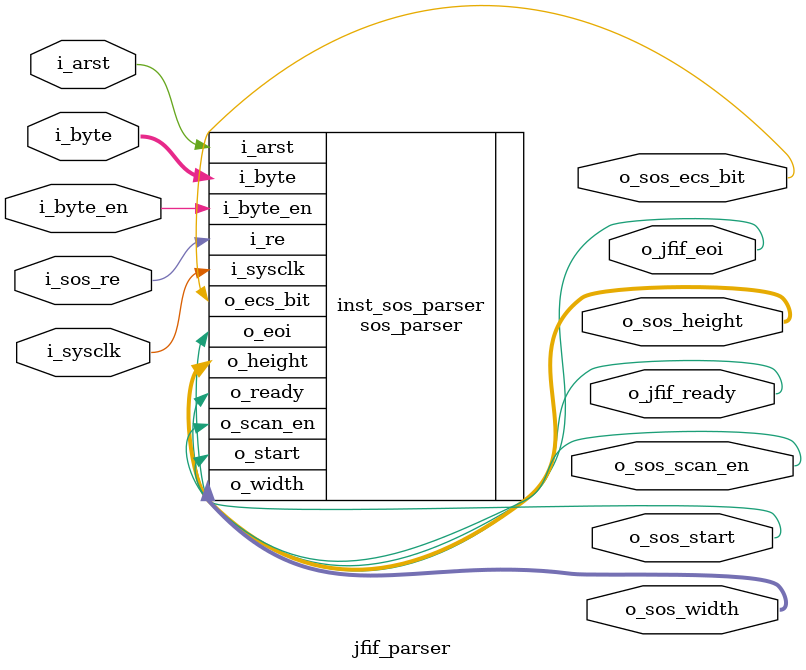
<source format=v>
module jfif_parser
#(
	parameter	SOS_CNT_W	= 4
)
(
	input	i_arst,
	input	i_sysclk,
`ifdef DBG_MODE
	output	[1:0]o_sos_status,
`endif
	
	input	i_byte_en,
	input	[7:0]i_byte,
	output	o_jfif_ready,
	output	o_jfif_eoi,
	
	input	i_sos_re,
	output	o_sos_start,
	output	[15:0]o_sos_width,
	output	[15:0]o_sos_height,
	output	o_sos_scan_en,
	output	o_sos_ecs_bit
);

sos_parser
#(
	.CNT_W		(SOS_CNT_W)
)
inst_sos_parser
(
	.i_arst		(i_arst),
	.i_sysclk	(i_sysclk),
`ifdef DBG_MODE
	.o_scan_status	(o_sos_status),
`endif
	
	.i_byte_en	(i_byte_en),
	.i_byte		(i_byte),
	.o_ready	(o_jfif_ready),
	.o_eoi		(o_jfif_eoi),
	
	.i_re		(i_sos_re),
	.o_start	(o_sos_start),
	.o_width	(o_sos_width),
	.o_height	(o_sos_height),
	.o_scan_en	(o_sos_scan_en),
	.o_ecs_bit	(o_sos_ecs_bit)
);

endmodule

</source>
